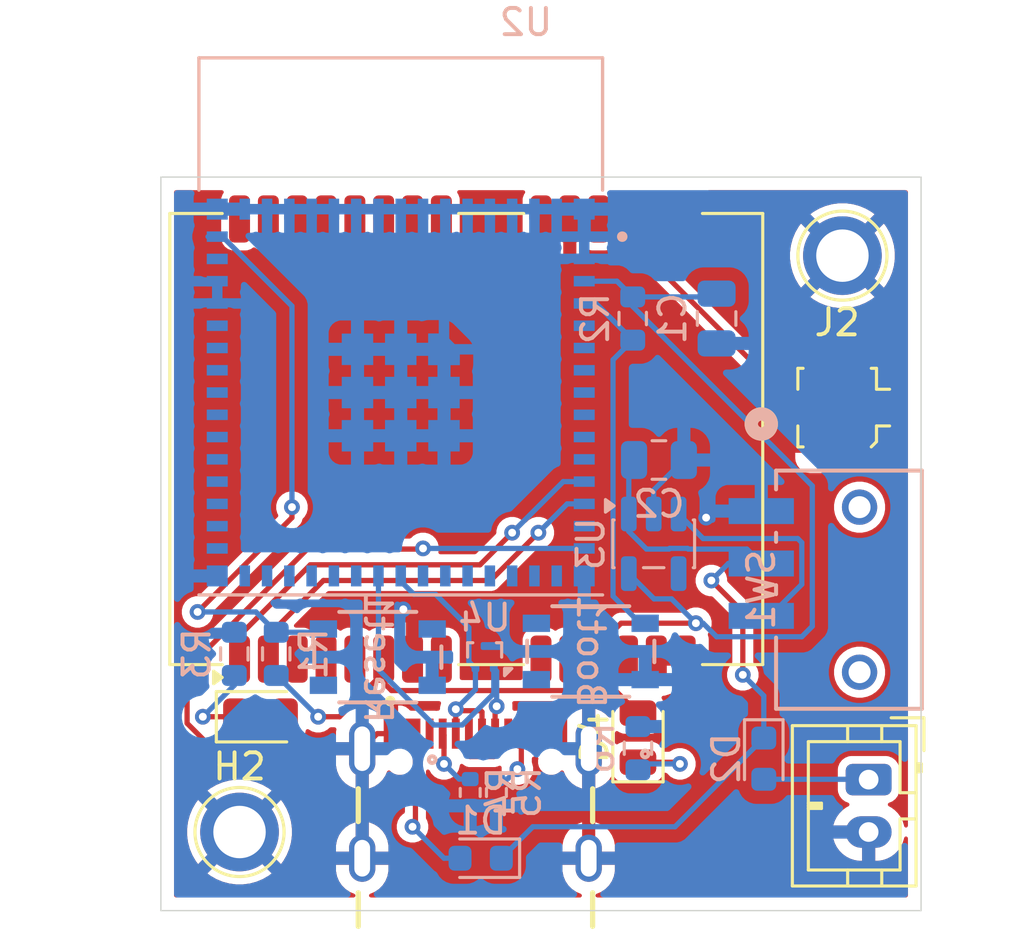
<source format=kicad_pcb>
(kicad_pcb (version 20241229) (generator "pcbnew") (generator_version "9.0")
  (layers (0 "F.Cu" signal) (2 "B.Cu" signal) (13 "F.Paste" user) (15 "B.Paste" user) (5 "F.SilkS" user "F.Silkscreen") (7 "B.SilkS" user "B.Silkscreen") (1 "F.Mask" user) (3 "B.Mask" user) (25 "Edge.Cuts" user))
  (net 0 "")
  (net 1 "/DP")
  (net 2 "GND")
  (net 3 "/DN")
  (net 4 "Net-(J2-In)")
  (net 6 "/SDA")
  (net 10 "VCC")
  (net 17 "/SCL")
  (net 27 "Net-(D2-A)")
  (net 36 "Net-(U2-IO0)")
  (net 50 "Net-(D3-A)")
  (net 61 "Net-(D1-A)")
  (net 62 "Net-(D1-K)")
  (net 63 "Net-(U2-EN)")
  (net 64 "Net-(D3-K)")
  (net 66 "Net-(D4-K)")
  (net 69 "Net-(J1-CC2)")
  (net 70 "Net-(J1-CC1)")
  (net 73 "Net-(U3-CE)")
  (footprint "LED_SMD:LED_0805_2012Metric" (layer "F.Cu") (at 136.8 83.6)
    (property "Reference" "D3" (hide yes))
    (property "Value" "LED_GPIO")
    (fp_line (start -1.685 -0.96) (end -1.685 0.96) (stroke (width 0.12)) (layer "F.SilkS"))
    (fp_line (start -1.685 0.96) (end 1 0.96) (stroke (width 0.12)) (layer "F.SilkS"))
    (fp_line (start 1 -0.96) (end -1.685 -0.96) (stroke (width 0.12)) (layer "F.SilkS"))
    (pad "1" smd roundrect (at -0.9375 0) (size 0.975 1.4) (layers "F.Cu" "F.Mask" "F.Paste") (net 64 "Net-(D3-K)"))
    (pad "2" smd roundrect (at 0.9375 0) (size 0.975 1.4) (layers "F.Cu" "F.Mask" "F.Paste") (net 50 "Net-(D3-A)"))
  )
  (footprint "Connector_Coaxial:U.FL_Molex_MCRF_73412-0110_Vertical" (layer "F.Cu") (at 158.8 71.8 -90)
    (property "Reference" "J2" (at -3.25 0 0) (layer "F.SilkS"))
    (property "Value" "Conn_Coaxial_Small")
    (fp_line (start -1.5 1.5) (end -1.5 1.3) (stroke (width 0.12)) (layer "F.SilkS"))
    (fp_line (start -0.7 1.5) (end -1.5 1.5) (stroke (width 0.12)) (layer "F.SilkS"))
    (fp_line (start 1.5 1.5) (end 0.7 1.5) (stroke (width 0.12)) (layer "F.SilkS"))
    (fp_line (start 1.5 1.3) (end 1.5 1.5) (stroke (width 0.12)) (layer "F.SilkS"))
    (fp_line (start -1.5 -1.3) (end -1.5 -1.5) (stroke (width 0.12)) (layer "F.SilkS"))
    (fp_line (start -1.5 -1.5) (end -0.7 -1.5) (stroke (width 0.12)) (layer "F.SilkS"))
    (fp_line (start -0.7 -1.5) (end -0.7 -2) (stroke (width 0.12)) (layer "F.SilkS"))
    (fp_line (start 0.7 -1.5) (end 1.3 -1.5) (stroke (width 0.12)) (layer "F.SilkS"))
    (fp_line (start 0.7 -1.5) (end 0.7 -2) (stroke (width 0.12)) (layer "F.SilkS"))
    (fp_line (start 1.3 -1.5) (end 1.5 -1.3) (stroke (width 0.12)) (layer "F.SilkS"))
    (pad "1" smd roundrect (at 0 1.5 90) (size 1 1) (layers "F.Cu" "F.Mask" "F.Paste") (roundrect_rratio 0.1) (net 4 "Net-(J2-In)"))
    (pad "2" smd roundrect (at -1.475 0 90) (size 1.05 2.2) (layers "F.Cu" "F.Mask" "F.Paste") (roundrect_rratio 0.1) (net 2 "GND"))
    (pad "2" smd roundrect (at 0 -1.5 90) (size 1 1) (layers "F.Cu" "F.Mask" "F.Paste") (roundrect_rratio 0.1) (net 2 "GND"))
    (pad "2" smd roundrect (at 1.475 0 90) (size 1.05 2.2) (layers "F.Cu" "F.Mask" "F.Paste") (roundrect_rratio 0.1) (net 2 "GND"))
  )
  (footprint "Connector_JST:JST_PH_B2B-PH-K_1x02_P2.00mm_Vertical" (layer "F.Cu") (at 160 86 -90)
    (property "Reference" "J3" (hide yes))
    (property "Value" "Battery1")
    (fp_line (start -2.06 2.91) (end 4.06 2.91) (stroke (width 0.12)) (layer "F.SilkS"))
    (fp_line (start 4.06 2.91) (end 4.06 -1.81) (stroke (width 0.12)) (layer "F.SilkS"))
    (fp_line (start -1.45 2.3) (end 3.45 2.3) (stroke (width 0.12)) (layer "F.SilkS"))
    (fp_line (start 0.9 2.3) (end 0.9 1.8) (stroke (width 0.12)) (layer "F.SilkS"))
    (fp_line (start 1 2.3) (end 1 1.8) (stroke (width 0.12)) (layer "F.SilkS"))
    (fp_line (start 3.45 2.3) (end 3.45 -1.2) (stroke (width 0.12)) (layer "F.SilkS"))
    (fp_line (start 0.9 1.8) (end 1.1 1.8) (stroke (width 0.12)) (layer "F.SilkS"))
    (fp_line (start 1.1 1.8) (end 1.1 2.3) (stroke (width 0.12)) (layer "F.SilkS"))
    (fp_line (start -2.06 0.8) (end -1.45 0.8) (stroke (width 0.12)) (layer "F.SilkS"))
    (fp_line (start 4.06 0.8) (end 3.45 0.8) (stroke (width 0.12)) (layer "F.SilkS"))
    (fp_line (start -2.06 -0.5) (end -1.45 -0.5) (stroke (width 0.12)) (layer "F.SilkS"))
    (fp_line (start 4.06 -0.5) (end 3.45 -0.5) (stroke (width 0.12)) (layer "F.SilkS"))
    (fp_line (start -1.45 -1.2) (end -1.45 2.3) (stroke (width 0.12)) (layer "F.SilkS"))
    (fp_line (start 0.5 -1.2) (end -1.45 -1.2) (stroke (width 0.12)) (layer "F.SilkS"))
    (fp_line (start 1.5 -1.2) (end 1.5 -1.81) (stroke (width 0.12)) (layer "F.SilkS"))
    (fp_line (start 3.45 -1.2) (end 1.5 -1.2) (stroke (width 0.12)) (layer "F.SilkS"))
    (fp_line (start -2.06 -1.81) (end -2.06 2.91) (stroke (width 0.12)) (layer "F.SilkS"))
    (fp_line (start -0.3 -1.81) (end -0.3 -2.01) (stroke (width 0.12)) (layer "F.SilkS"))
    (fp_line (start 0.5 -1.81) (end 0.5 -1.2) (stroke (width 0.12)) (layer "F.SilkS"))
    (fp_line (start 4.06 -1.81) (end -2.06 -1.81) (stroke (width 0.12)) (layer "F.SilkS"))
    (fp_line (start -0.3 -1.91) (end -0.6 -1.91) (stroke (width 0.12)) (layer "F.SilkS"))
    (fp_line (start -0.6 -2.01) (end -0.6 -1.81) (stroke (width 0.12)) (layer "F.SilkS"))
    (fp_line (start -0.3 -2.01) (end -0.6 -2.01) (stroke (width 0.12)) (layer "F.SilkS"))
    (fp_line (start -2.36 -2.11) (end -2.36 -0.86) (stroke (width 0.12)) (layer "F.SilkS"))
    (fp_line (start -1.11 -2.11) (end -2.36 -2.11) (stroke (width 0.12)) (layer "F.SilkS"))
    (pad "1" thru_hole roundrect (at 0 0 270) (size 1.2 1.75) (drill 0.75) (layers "*.Cu" "*.Mask") (roundrect_rratio 0.208333) (net 27 "Net-(D2-A)"))
    (pad "2" thru_hole oval (at 2 0 270) (size 1.2 1.75) (drill 0.75) (layers "*.Cu" "*.Mask") (net 2 "GND"))
  )
  (footprint "TestPoint:TestPoint_Plated_Hole_D2.0mm" (layer "F.Cu") (at 159 66)
    (property "Reference" "H1" (hide yes))
    (property "Value" "MountingHole_Pad")
    (fp_circle (center 0 0) (end 0 -1.7) (stroke (width 0.12)) (fill no) (layer "F.SilkS"))
    (pad "1" thru_hole circle (at 0 0) (size 3 3) (drill 2) (layers "*.Cu" "*.Mask") (net 2 "GND"))
  )
  (footprint "USB4105_GF_A_060:GCT_USB4105-GF-A-060" (layer "F.Cu") (at 145 89)
    (property "Reference" "J1" (hide yes))
    (property "Value" "USB4105-GF-A-060" (hide yes))
    (fp_line (start -4.47 -2.65) (end -4.47 -1.4) (stroke (width 0.2)) (layer "F.SilkS"))
    (fp_line (start -4.47 1.32) (end -4.47 2.6) (stroke (width 0.2)) (layer "F.SilkS"))
    (fp_line (start 4.47 -2.65) (end 4.47 -1.4) (stroke (width 0.2)) (layer "F.SilkS"))
    (fp_line (start 4.47 2.6) (end 4.47 1.32) (stroke (width 0.2)) (layer "F.SilkS"))
    (fp_circle (center -3.25 -6) (end -3.15 -6) (stroke (width 0.2)) (fill no) (layer "F.SilkS"))
    (pad "" np_thru_hole circle (at -2.89 -3.68) (size 0.65 0.65) (drill 0.65) (layers "*.Cu" "*.Mask"))
    (pad "" np_thru_hole circle (at 2.89 -3.68) (size 0.65 0.65) (drill 0.65) (layers "*.Cu" "*.Mask"))
    (pad "A1_B12" smd rect (at -3.2 -4.755) (size 0.6 1.15) (layers "F.Cu" "F.Mask" "F.Paste") (net 2 "GND"))
    (pad "A4_B9" smd rect (at -2.4 -4.755) (size 0.6 1.15) (layers "F.Cu" "F.Mask" "F.Paste") (net 61 "Net-(D1-A)"))
    (pad "A5" smd rect (at -1.25 -4.755) (size 0.3 1.15) (layers "F.Cu" "F.Mask" "F.Paste") (net 70 "Net-(J1-CC1)"))
    (pad "A6" smd rect (at -0.25 -4.755) (size 0.3 1.15) (layers "F.Cu" "F.Mask" "F.Paste") (net 1 "/DP"))
    (pad "A7" smd rect (at 0.25 -4.755) (size 0.3 1.15) (layers "F.Cu" "F.Mask" "F.Paste") (net 3 "/DN"))
    (pad "A8" smd rect (at 1.25 -4.755) (size 0.3 1.15) (layers "F.Cu" "F.Mask" "F.Paste"))
    (pad "B1_A12" smd rect (at 3.2 -4.755) (size 0.6 1.15) (layers "F.Cu" "F.Mask" "F.Paste") (net 2 "GND"))
    (pad "B4_A9" smd rect (at 2.4 -4.755) (size 0.6 1.15) (layers "F.Cu" "F.Mask" "F.Paste"))
    (pad "B5" smd rect (at 1.75 -4.755) (size 0.3 1.15) (layers "F.Cu" "F.Mask" "F.Paste") (net 69 "Net-(J1-CC2)"))
    (pad "B6" smd rect (at 0.75 -4.755) (size 0.3 1.15) (layers "F.Cu" "F.Mask" "F.Paste") (net 1 "/DP"))
    (pad "B7" smd rect (at -0.75 -4.755) (size 0.3 1.15) (layers "F.Cu" "F.Mask" "F.Paste") (net 3 "/DN"))
    (pad "B8" smd rect (at -1.75 -4.755) (size 0.3 1.15) (layers "F.Cu" "F.Mask" "F.Paste"))
    (pad "SH1" thru_hole oval (at -4.32 -4.18) (size 1 2.1) (drill oval 0.6 1.7) (layers "*.Cu" "*.Mask") (net 2 "GND"))
    (pad "SH2" thru_hole oval (at 4.32 -4.18) (size 1 2.1) (drill oval 0.6 1.7) (layers "*.Cu" "*.Mask") (net 2 "GND"))
    (pad "SH3" thru_hole oval (at -4.32 0) (size 1 1.8) (drill oval 0.6 1.4) (layers "*.Cu" "*.Mask") (net 2 "GND"))
    (pad "SH4" thru_hole oval (at 4.32 0) (size 1 1.8) (drill oval 0.6 1.4) (layers "*.Cu" "*.Mask") (net 2 "GND"))
  )
  (footprint "RF_GPS:ublox_LEA" (layer "F.Cu") (at 144.5 73 90)
    (property "Reference" "U1" (hide yes))
    (property "Value" "LEA-M8T")
    (fp_line (start 8.61 -11.16) (end 8.61 -9.16) (stroke (width 0.12)) (layer "F.SilkS"))
    (fp_line (start -8.61 -11.16) (end 8.61 -11.16) (stroke (width 0.12)) (layer "F.SilkS"))
    (fp_line (start -8.61 -11.16) (end -8.61 -9.16) (stroke (width 0.12)) (layer "F.SilkS"))
    (fp_line (start 8.61 -0.14) (end 8.61 2.34) (stroke (width 0.12)) (layer "F.SilkS"))
    (fp_line (start -8.61 -0.14) (end -8.61 2.34) (stroke (width 0.12)) (layer "F.SilkS"))
    (fp_line (start 8.61 9.16) (end 8.61 11.46) (stroke (width 0.12)) (layer "F.SilkS"))
    (fp_line (start -8.61 9.16) (end -8.61 11.46) (stroke (width 0.12)) (layer "F.SilkS"))
    (fp_line (start -8.61 11.46) (end 8.61 11.46) (stroke (width 0.12)) (layer "F.SilkS"))
    (fp_poly (pts (xy -9.1 -9.16) (xy -9.34 -9.49) (xy -8.86 -9.49) (xy -9.1 -9.16)) (stroke (width 0.12)) (fill yes) (layer "F.SilkS"))
    (pad "1" smd roundrect (at -8.4 -8.5 90) (size 1.8 0.8) (layers "F.Cu" "F.Mask" "F.Paste") (net 6 "/SDA"))
    (pad "2" smd roundrect (at -8.4 -7.4 90) (size 1.8 0.8) (layers "F.Cu" "F.Mask" "F.Paste") (net 17 "/SCL"))
    (pad "3" smd roundrect (at -8.4 -6.3 90) (size 1.8 0.8) (layers "F.Cu" "F.Mask" "F.Paste"))
    (pad "4" smd roundrect (at -8.4 -5.2 90) (size 1.8 0.8) (layers "F.Cu" "F.Mask" "F.Paste"))
    (pad "5" smd roundrect (at -8.4 -4.1 90) (size 1.8 0.8) (layers "F.Cu" "F.Mask" "F.Paste"))
    (pad "6" smd roundrect (at -8.4 -3 90) (size 1.8 0.8) (layers "F.Cu" "F.Mask" "F.Paste") (net 10 "VCC"))
    (pad "7" smd roundrect (at -8.4 -1.9 90) (size 1.8 0.8) (layers "F.Cu" "F.Mask" "F.Paste") (net 2 "GND"))
    (pad "8" smd roundrect (at -8.4 -0.8 90) (size 1.8 0.8) (layers "F.Cu" "F.Mask" "F.Paste"))
    (pad "9" smd roundrect (at -8.4 3 90) (size 1.8 0.8) (layers "F.Cu" "F.Mask" "F.Paste"))
    (pad "10" smd roundrect (at -8.4 4.1 90) (size 1.8 0.8) (layers "F.Cu" "F.Mask" "F.Paste"))
    (pad "11" smd roundrect (at -8.4 5.2 90) (size 1.8 0.8) (layers "F.Cu" "F.Mask" "F.Paste") (net 10 "VCC"))
    (pad "12" smd roundrect (at -8.4 6.3 90) (size 1.8 0.8) (layers "F.Cu" "F.Mask" "F.Paste"))
    (pad "13" smd roundrect (at -8.4 7.4 90) (size 1.8 0.8) (layers "F.Cu" "F.Mask" "F.Paste") (net 2 "GND"))
    (pad "14" smd roundrect (at -8.4 8.5 90) (size 1.8 0.8) (layers "F.Cu" "F.Mask" "F.Paste") (net 2 "GND"))
    (pad "15" smd roundrect (at 8.4 8.5 90) (size 1.8 0.8) (layers "F.Cu" "F.Mask" "F.Paste") (net 2 "GND"))
    (pad "16" smd roundrect (at 8.4 7.4 90) (size 1.8 0.8) (layers "F.Cu" "F.Mask" "F.Paste") (net 4 "Net-(J2-In)"))
    (pad "17" smd roundrect (at 8.4 6.3 90) (size 1.8 0.8) (layers "F.Cu" "F.Mask" "F.Paste") (net 2 "GND"))
    (pad "18" smd roundrect (at 8.4 5.2 90) (size 1.8 0.8) (layers "F.Cu" "F.Mask" "F.Paste"))
    (pad "19" smd roundrect (at 8.4 4.1 90) (size 1.8 0.8) (layers "F.Cu" "F.Mask" "F.Paste") (net 2 "GND"))
    (pad "20" smd roundrect (at 8.4 3 90) (size 1.8 0.8) (layers "F.Cu" "F.Mask" "F.Paste"))
    (pad "21" smd roundrect (at 8.4 -0.8 90) (size 1.8 0.8) (layers "F.Cu" "F.Mask" "F.Paste"))
    (pad "22" smd roundrect (at 8.4 -1.9 90) (size 1.8 0.8) (layers "F.Cu" "F.Mask" "F.Paste"))
    (pad "23" smd roundrect (at 8.4 -3 90) (size 1.8 0.8) (layers "F.Cu" "F.Mask" "F.Paste"))
    (pad "24" smd roundrect (at 8.4 -4.1 90) (size 1.8 0.8) (layers "F.Cu" "F.Mask" "F.Paste"))
    (pad "25" smd roundrect (at 8.4 -5.2 90) (size 1.8 0.8) (layers "F.Cu" "F.Mask" "F.Paste"))
    (pad "26" smd roundrect (at 8.4 -6.3 90) (size 1.8 0.8) (layers "F.Cu" "F.Mask" "F.Paste"))
    (pad "27" smd roundrect (at 8.4 -7.4 90) (size 1.8 0.8) (layers "F.Cu" "F.Mask" "F.Paste"))
    (pad "28" smd roundrect (at 8.4 -8.5 90) (size 1.8 0.8) (layers "F.Cu" "F.Mask" "F.Paste"))
  )
  (footprint "LED_SMD:LED_0805_2012Metric" (layer "F.Cu") (at 151.2 84.4 90)
    (property "Reference" "D4" (at 0 -1.65 90) (layer "F.SilkS"))
    (property "Value" "LED_PWR")
    (fp_line (start 1 -0.96) (end -1.685 -0.96) (stroke (width 0.12)) (layer "F.SilkS"))
    (fp_line (start -1.685 -0.96) (end -1.685 0.96) (stroke (width 0.12)) (layer "F.SilkS"))
    (fp_line (start -1.685 0.96) (end 1 0.96) (stroke (width 0.12)) (layer "F.SilkS"))
    (pad "1" smd roundrect (at -0.9375 0 90) (size 0.975 1.4) (layers "F.Cu" "F.Mask" "F.Paste") (net 66 "Net-(D4-K)"))
    (pad "2" smd roundrect (at 0.9375 0 90) (size 0.975 1.4) (layers "F.Cu" "F.Mask" "F.Paste") (net 10 "VCC"))
  )
  (footprint "TestPoint:TestPoint_Plated_Hole_D2.0mm" (layer "F.Cu") (at 136 88)
    (property "Reference" "H2" (at 0 -2.498 0) (layer "F.SilkS"))
    (property "Value" "MountingHole_Pad")
    (fp_circle (center 0 0) (end 0 -1.7) (stroke (width 0.12)) (fill no) (layer "F.SilkS"))
    (pad "1" thru_hole circle (at 0 0) (size 3 3) (drill 2) (layers "*.Cu" "*.Mask") (net 2 "GND"))
  )
  (footprint "Diode_SMD:D_0603_1608Metric" (layer "B.Cu") (at 145.2 89 180)
    (property "Reference" "D1" (at 0 1.43 0) (layer "B.SilkS") (effects (justify mirror)))
    (property "Value" "D_Schottky")
    (fp_line (start 0.8 0.735) (end -1.485 0.735) (stroke (width 0.12)) (layer "B.SilkS"))
    (fp_line (start -1.485 0.735) (end -1.485 -0.735) (stroke (width 0.12)) (layer "B.SilkS"))
    (fp_line (start -1.485 -0.735) (end 0.8 -0.735) (stroke (width 0.12)) (layer "B.SilkS"))
    (pad "1" smd roundrect (at -0.7875 0 180) (size 0.875 0.95) (layers "B.Cu" "B.Mask" "B.Paste") (net 62 "Net-(D1-K)"))
    (pad "2" smd roundrect (at 0.7875 0 180) (size 0.875 0.95) (layers "B.Cu" "B.Mask" "B.Paste") (net 61 "Net-(D1-A)"))
  )
  (footprint "footprints:SW4_SKRPABE010_ALPS" (layer "B.Cu") (at 149.4 81.1076 90)
    (property "Reference" "Boot1" (at 0 0 270) (layer "B.SilkS") (effects (justify mirror)))
    (property "Value" "SKRPABE010" (hide yes))
    (fp_line (start -0.412059 -2.4257) (end 0.412059 -2.4257) (stroke (width 0.1524)) (layer "B.SilkS"))
    (fp_line (start 1.7272 -1.470447) (end 1.7272 1.470447) (stroke (width 0.1524)) (layer "B.SilkS"))
    (fp_line (start -1.7272 1.470447) (end -1.7272 -1.470447) (stroke (width 0.1524)) (layer "B.SilkS"))
    (fp_line (start 0.412059 2.4257) (end -0.412059 2.4257) (stroke (width 0.1524)) (layer "B.SilkS"))
    (fp_circle (center -3.912 2.075) (end -3.785 2.075) (stroke (width 0.1524)) (fill no) (layer "B.SilkS"))
    (pad "1" smd rect (at -1.074999 2.075 90) (size 0.6604 1.0414) (layers "B.Cu" "B.Mask" "B.Paste") (net 2 "GND"))
    (pad "2" smd rect (at -1.074999 -2.075 90) (size 0.6604 1.0414) (layers "B.Cu" "B.Mask" "B.Paste"))
    (pad "3" smd rect (at 1.074999 2.075 90) (size 0.6604 1.0414) (layers "B.Cu" "B.Mask" "B.Paste") (net 36 "Net-(U2-IO0)"))
    (pad "4" smd rect (at 1.074999 -2.075 90) (size 0.6604 1.0414) (layers "B.Cu" "B.Mask" "B.Paste"))
  )
  (footprint "footprints:SW3_CSS-1210TB_NDC" (layer "B.Cu") (at 159.25 78.75 -90)
    (property "Reference" "SW1" (at 0 3.345713 90) (layer "B.SilkS") (effects (justify mirror)))
    (property "Value" "CSS-1210TB")
    (fp_circle (center -6.3246 3.345713) (end -5.9436 3.345713) (stroke (width 0.508)) (fill no) (layer "F.SilkS"))
    (fp_line (start -4.5466 2.7813) (end -4.5466 -2.7813) (stroke (width 0.1524)) (layer "B.SilkS"))
    (fp_line (start -3.828039 2.7813) (end -4.5466 2.7813) (stroke (width 0.1524)) (layer "B.SilkS"))
    (fp_line (start -1.828041 2.7813) (end -2.171959 2.7813) (stroke (width 0.1524)) (layer "B.SilkS"))
    (fp_line (start 0.171961 2.7813) (end -0.171961 2.7813) (stroke (width 0.1524)) (layer "B.SilkS"))
    (fp_line (start 4.5466 2.7813) (end 1.828041 2.7813) (stroke (width 0.1524)) (layer "B.SilkS"))
    (fp_line (start -4.5466 -2.7813) (end 4.5466 -2.7813) (stroke (width 0.1524)) (layer "B.SilkS"))
    (fp_line (start 4.5466 -2.7813) (end 4.5466 2.7813) (stroke (width 0.1524)) (layer "B.SilkS"))
    (fp_circle (center -6.3246 3.345713) (end -5.9436 3.345713) (stroke (width 0.508)) (fill no) (layer "B.SilkS"))
    (pad "1" smd rect (at -2.999999 3.345713 270) (size 0.9906 2.4892) (layers "B.Cu" "B.Mask" "B.Paste") (net 2 "GND"))
    (pad "2" smd rect (at -1.000001 3.345713 270) (size 0.9906 2.4892) (layers "B.Cu" "B.Mask" "B.Paste") (net 62 "Net-(D1-K)"))
    (pad "3" smd rect (at 1.000001 3.345713 270) (size 0.9906 2.4892) (layers "B.Cu" "B.Mask" "B.Paste") (net 73 "Net-(U3-CE)"))
    (pad "5" thru_hole circle (at -3.149999 -0.404287 270) (size 1.3462 1.3462) (drill 0.8382) (layers "*.Cu" "*.Mask"))
    (pad "6" thru_hole circle (at 3.149999 -0.404287 270) (size 1.3462 1.3462) (drill 0.8382) (layers "*.Cu" "*.Mask"))
  )
  (footprint "Capacitor_SMD:C_0805_2012Metric" (layer "B.Cu") (at 152 73.8)
    (property "Reference" "C2" (at 0 1.68 0) (layer "B.SilkS") (effects (justify mirror)))
    (property "Value" "10uf")
    (fp_line (start -0.261252 -0.735) (end 0.261252 -0.735) (stroke (width 0.12)) (layer "B.SilkS"))
    (fp_line (start -0.261252 0.735) (end 0.261252 0.735) (stroke (width 0.12)) (layer "B.SilkS"))
    (pad "1" smd roundrect (at -0.95 0) (size 1 1.45) (layers "B.Cu" "B.Mask" "B.Paste") (net 62 "Net-(D1-K)"))
    (pad "2" smd roundrect (at 0.95 0) (size 1 1.45) (layers "B.Cu" "B.Mask" "B.Paste") (net 2 "GND"))
  )
  (footprint "Resistor_SMD:R_0402_1005Metric" (layer "B.Cu") (at 145.8 86.49 90)
    (property "Reference" "R5" (at 0 1.17 90) (layer "B.SilkS") (effects (justify mirror)))
    (property "Value" "5.1K")
    (fp_line (start -0.153641 -0.38) (end 0.153641 -0.38) (stroke (width 0.12)) (layer "B.SilkS"))
    (fp_line (start -0.153641 0.38) (end 0.153641 0.38) (stroke (width 0.12)) (layer "B.SilkS"))
    (pad "1" smd roundrect (at -0.51 0 90) (size 0.54 0.64) (layers "B.Cu" "B.Mask" "B.Paste") (net 2 "GND"))
    (pad "2" smd roundrect (at 0.51 0 90) (size 0.54 0.64) (layers "B.Cu" "B.Mask" "B.Paste") (net 69 "Net-(J1-CC2)"))
  )
  (footprint "Package_TO_SOT_SMD:SOT-23-5" (layer "B.Cu") (at 151.8 77 -90)
    (property "Reference" "U3" (at 0 2.4 90) (layer "B.SilkS") (effects (justify mirror)))
    (property "Value" "XC6220B331MR")
    (fp_line (start -0.91 1.56) (end 0.91 1.56) (stroke (width 0.12)) (layer "B.SilkS"))
    (fp_line (start 0.91 1.56) (end 0.91 1.51) (stroke (width 0.12)) (layer "B.SilkS"))
    (fp_line (start -0.91 1.51) (end -0.91 1.56) (stroke (width 0.12)) (layer "B.SilkS"))
    (fp_line (start 0.91 0.39) (end 0.91 -0.39) (stroke (width 0.12)) (layer "B.SilkS"))
    (fp_line (start 0.91 -1.51) (end 0.91 -1.56) (stroke (width 0.12)) (layer "B.SilkS"))
    (fp_line (start -0.91 -1.56) (end -0.91 -1.51) (stroke (width 0.12)) (layer "B.SilkS"))
    (fp_line (start 0.91 -1.56) (end -0.91 -1.56) (stroke (width 0.12)) (layer "B.SilkS"))
    (fp_poly (pts (xy -1.45 1.51) (xy -1.69 1.84) (xy -1.21 1.84)) (stroke (width 0.12)) (fill yes) (layer "B.SilkS"))
    (pad "1" smd roundrect (at -1.1375 0.95 270) (size 1.325 0.6) (layers "B.Cu" "B.Mask" "B.Paste") (net 62 "Net-(D1-K)"))
    (pad "2" smd roundrect (at -1.1375 0 270) (size 1.325 0.6) (layers "B.Cu" "B.Mask" "B.Paste") (net 2 "GND"))
    (pad "3" smd roundrect (at -1.1375 -0.95 270) (size 1.325 0.6) (layers "B.Cu" "B.Mask" "B.Paste") (net 73 "Net-(U3-CE)"))
    (pad "4" smd roundrect (at 1.1375 -0.95 270) (size 1.325 0.6) (layers "B.Cu" "B.Mask" "B.Paste"))
    (pad "5" smd roundrect (at 1.1375 0.95 270) (size 1.325 0.6) (layers "B.Cu" "B.Mask" "B.Paste") (net 10 "VCC"))
  )
  (footprint "Package_TO_SOT_SMD:Texas_DRT-3" (layer "B.Cu") (at 145.35 81.325 180)
    (property "Reference" "U4" (at 0 1.5 0) (layer "B.SilkS") (effects (justify mirror)))
    (property "Value" "TPD2EUSB30")
    (fp_line (start 0.65 0.55) (end 0.45 0.55) (stroke (width 0.12)) (layer "B.SilkS"))
    (fp_line (start 0.65 0) (end 0.65 0.55) (stroke (width 0.12)) (layer "B.SilkS"))
    (fp_line (start -0.65 0.55) (end -0.45 0.55) (stroke (width 0.12)) (layer "B.SilkS"))
    (fp_line (start -0.65 0) (end -0.65 0.55) (stroke (width 0.12)) (layer "B.SilkS"))
    (fp_poly (pts (xy -0.76 -0.43) (xy -0.76 -0.71) (xy -1.04 -0.43) (xy -0.76 -0.43)) (stroke (width 0.12)) (fill yes) (layer "B.SilkS"))
    (pad "1" smd roundrect (at -0.35 -0.425 180) (size 0.3 0.3) (layers "B.Cu" "B.Mask" "B.Paste") (net 1 "/DP"))
    (pad "2" smd roundrect (at 0.35 -0.425 180) (size 0.3 0.3) (layers "B.Cu" "B.Mask" "B.Paste") (net 3 "/DN"))
    (pad "3" smd roundrect (at 0 0.425 180) (size 0.3 0.3) (layers "B.Cu" "B.Mask" "B.Paste") (net 2 "GND"))
  )
  (footprint "Resistor_SMD:R_0603_1608Metric" (layer "B.Cu") (at 151 68.4 -90)
    (property "Reference" "R2" (at 0 1.43 90) (layer "B.SilkS") (effects (justify mirror)))
    (property "Value" "10K")
    (fp_line (start -0.237258 0.5225) (end 0.237258 0.5225) (stroke (width 0.12)) (layer "B.SilkS"))
    (fp_line (start -0.237258 -0.5225) (end 0.237258 -0.5225) (stroke (width 0.12)) (layer "B.SilkS"))
    (pad "1" smd roundrect (at -0.825 0 270) (size 0.8 0.95) (layers "B.Cu" "B.Mask" "B.Paste") (net 10 "VCC"))
    (pad "2" smd roundrect (at 0.825 0 270) (size 0.8 0.95) (layers "B.Cu" "B.Mask" "B.Paste") (net 36 "Net-(U2-IO0)"))
  )
  (footprint "Resistor_SMD:R_0402_1005Metric" (layer "B.Cu") (at 144.8 86.49 90)
    (property "Reference" "R4" (at 0 1.17 90) (layer "B.SilkS") (effects (justify mirror)))
    (property "Value" "5.1K")
    (fp_line (start -0.153641 -0.38) (end 0.153641 -0.38) (stroke (width 0.12)) (layer "B.SilkS"))
    (fp_line (start -0.153641 0.38) (end 0.153641 0.38) (stroke (width 0.12)) (layer "B.SilkS"))
    (pad "1" smd roundrect (at -0.51 0 90) (size 0.54 0.64) (layers "B.Cu" "B.Mask" "B.Paste") (net 2 "GND"))
    (pad "2" smd roundrect (at 0.51 0 90) (size 0.54 0.64) (layers "B.Cu" "B.Mask" "B.Paste") (net 70 "Net-(J1-CC1)"))
  )
  (footprint "ESP32_S3_MINI_1_N4R2:XCVR_ESP32-S3-MINI-1-N4R2" (layer "B.Cu") (at 142.15 68.7 180)
    (property "Reference" "U2" (at -4.775 11.61 0) (layer "B.SilkS") (effects (justify mirror)))
    (property "Value" "ESP32-S3-MINI-1")
    (fp_line (start 7.7 10.25) (end 7.7 5.2) (stroke (width 0.127)) (layer "B.SilkS"))
    (fp_line (start 7.7 -10.25) (end -7.7 -10.25) (stroke (width 0.127)) (layer "B.SilkS"))
    (fp_line (start -7.7 10.25) (end 7.7 10.25) (stroke (width 0.127)) (layer "B.SilkS"))
    (fp_line (start -7.7 5.2) (end -7.7 10.25) (stroke (width 0.127)) (layer "B.SilkS"))
    (fp_circle (center -8.45 3.425) (end -8.35 3.425) (stroke (width 0.2)) (fill no) (layer "B.SilkS"))
    (pad "1" smd rect (at -7 3.425 180) (size 0.8 0.4) (layers "B.Cu" "B.Mask" "B.Paste") (net 2 "GND"))
    (pad "2" smd rect (at -7 2.575 180) (size 0.8 0.4) (layers "B.Cu" "B.Mask" "B.Paste") (net 2 "GND"))
    (pad "3" smd rect (at -7 1.725 180) (size 0.8 0.4) (layers "B.Cu" "B.Mask" "B.Paste") (net 10 "VCC"))
    (pad "4" smd rect (at -7 0.875 180) (size 0.8 0.4) (layers "B.Cu" "B.Mask" "B.Paste") (net 36 "Net-(U2-IO0)"))
    (pad "5" smd rect (at -7 0.025 180) (size 0.8 0.4) (layers "B.Cu" "B.Mask" "B.Paste"))
    (pad "6" smd rect (at -7 -0.825 180) (size 0.8 0.4) (layers "B.Cu" "B.Mask" "B.Paste"))
    (pad "7" smd rect (at -7 -1.675 180) (size 0.8 0.4) (layers "B.Cu" "B.Mask" "B.Paste"))
    (pad "8" smd rect (at -7 -2.525 180) (size 0.8 0.4) (layers "B.Cu" "B.Mask" "B.Paste"))
    (pad "9" smd rect (at -7 -3.375 180) (size 0.8 0.4) (layers "B.Cu" "B.Mask" "B.Paste"))
    (pad "10" smd rect (at -7 -4.225 180) (size 0.8 0.4) (layers "B.Cu" "B.Mask" "B.Paste"))
    (pad "11" smd rect (at -7 -5.075 180) (size 0.8 0.4) (layers "B.Cu" "B.Mask" "B.Paste"))
    (pad "12" smd rect (at -7 -5.925 180) (size 0.8 0.4) (layers "B.Cu" "B.Mask" "B.Paste") (net 6 "/SDA"))
    (pad "13" smd rect (at -7 -6.775 180) (size 0.8 0.4) (layers "B.Cu" "B.Mask" "B.Paste") (net 17 "/SCL"))
    (pad "14" smd rect (at -7 -7.625 180) (size 0.8 0.4) (layers "B.Cu" "B.Mask" "B.Paste"))
    (pad "15" smd rect (at -7 -8.475 180) (size 0.8 0.4) (layers "B.Cu" "B.Mask" "B.Paste") (net 50 "Net-(D3-A)"))
    (pad "16" smd rect (at -5.95 -9.525 180) (size 0.4 0.8) (layers "B.Cu" "B.Mask" "B.Paste"))
    (pad "17" smd rect (at -5.1 -9.525 180) (size 0.4 0.8) (layers "B.Cu" "B.Mask" "B.Paste"))
    (pad "18" smd rect (at -4.25 -9.525 180) (size 0.4 0.8) (layers "B.Cu" "B.Mask" "B.Paste"))
    (pad "19" smd rect (at -3.4 -9.525 180) (size 0.4 0.8) (layers "B.Cu" "B.Mask" "B.Paste"))
    (pad "20" smd rect (at -2.55 -9.525 180) (size 0.4 0.8) (layers "B.Cu" "B.Mask" "B.Paste"))
    (pad "21" smd rect (at -1.7 -9.525 180) (size 0.4 0.8) (layers "B.Cu" "B.Mask" "B.Paste"))
    (pad "22" smd rect (at -0.85 -9.525 180) (size 0.4 0.8) (layers "B.Cu" "B.Mask" "B.Paste"))
    (pad "23" smd rect (at 0 -9.525 180) (size 0.4 0.8) (layers "B.Cu" "B.Mask" "B.Paste") (net 3 "/DN"))
    (pad "24" smd rect (at 0.85 -9.525 180) (size 0.4 0.8) (layers "B.Cu" "B.Mask" "B.Paste") (net 1 "/DP"))
    (pad "25" smd rect (at 1.7 -9.525 180) (size 0.4 0.8) (layers "B.Cu" "B.Mask" "B.Paste"))
    (pad "26" smd rect (at 2.55 -9.525 180) (size 0.4 0.8) (layers "B.Cu" "B.Mask" "B.Paste"))
    (pad "27" smd rect (at 3.4 -9.525 180) (size 0.4 0.8) (layers "B.Cu" "B.Mask" "B.Paste"))
    (pad "28" smd rect (at 4.25 -9.525 180) (size 0.4 0.8) (layers "B.Cu" "B.Mask" "B.Paste"))
    (pad "29" smd rect (at 5.1 -9.525 180) (size 0.4 0.8) (layers "B.Cu" "B.Mask" "B.Paste"))
    (pad "30" smd rect (at 5.95 -9.525 180) (size 0.4 0.8) (layers "B.Cu" "B.Mask" "B.Paste"))
    (pad "31" smd rect (at 7 -8.475 180) (size 0.8 0.4) (layers "B.Cu" "B.Mask" "B.Paste"))
    (pad "32" smd rect (at 7 -7.625 180) (size 0.8 0.4) (layers "B.Cu" "B.Mask" "B.Paste"))
    (pad "33" smd rect (at 7 -6.775 180) (size 0.8 0.4) (layers "B.Cu" "B.Mask" "B.Paste"))
    (pad "34" smd rect (at 7 -5.925 180) (size 0.8 0.4) (layers "B.Cu" "B.Mask" "B.Paste"))
    (pad "35" smd rect (at 7 -5.075 180) (size 0.8 0.4) (layers "B.Cu" "B.Mask" "B.Paste"))
    (pad "36" smd rect (at 7 -4.225 180) (size 0.8 0.4) (layers "B.Cu" "B.Mask" "B.Paste"))
    (pad "37" smd rect (at 7 -3.375 180) (size 0.8 0.4) (layers "B.Cu" "B.Mask" "B.Paste"))
    (pad "38" smd rect (at 7 -2.525 180) (size 0.8 0.4) (layers "B.Cu" "B.Mask" "B.Paste"))
    (pad "39" smd rect (at 7 -1.675 180) (size 0.8 0.4) (layers "B.Cu" "B.Mask" "B.Paste"))
    (pad "40" smd rect (at 7 -0.825 180) (size 0.8 0.4) (layers "B.Cu" "B.Mask" "B.Paste"))
    (pad "41" smd rect (at 7 0.025 180) (size 0.8 0.4) (layers "B.Cu" "B.Mask" "B.Paste"))
    (pad "42" smd rect (at 7 0.875 180) (size 0.8 0.4) (layers "B.Cu" "B.Mask" "B.Paste") (net 2 "GND"))
    (pad "43" smd rect (at 7 1.725 180) (size 0.8 0.4) (layers "B.Cu" "B.Mask" "B.Paste") (net 2 "GND"))
    (pad "44" smd rect (at 7 2.575 180) (size 0.8 0.4) (layers "B.Cu" "B.Mask" "B.Paste"))
    (pad "45" smd rect (at 7 3.425 180) (size 0.8 0.4) (layers "B.Cu" "B.Mask" "B.Paste") (net 63 "Net-(U2-EN)"))
    (pad "46" smd rect (at 5.95 4.475 180) (size 0.4 0.8) (layers "B.Cu" "B.Mask" "B.Paste") (net 2 "GND"))
    (pad "47" smd rect (at 5.1 4.475 180) (size 0.4 0.8) (layers "B.Cu" "B.Mask" "B.Paste") (net 2 "GND"))
    (pad "48" smd rect (at 4.25 4.475 180) (size 0.4 0.8) (layers "B.Cu" "B.Mask" "B.Paste") (net 2 "GND"))
    (pad "49" smd rect (at 3.4 4.475 180) (size 0.4 0.8) (layers "B.Cu" "B.Mask" "B.Paste") (net 2 "GND"))
    (pad "50" smd rect (at 2.55 4.475 180) (size 0.4 0.8) (layers "B.Cu" "B.Mask" "B.Paste") (net 2 "GND"))
    (pad "51" smd rect (at 1.7 4.475 180) (size 0.4 0.8) (layers "B.Cu" "B.Mask" "B.Paste") (net 2 "GND"))
    (pad "52" smd rect (at 0.85 4.475 180) (size 0.4 0.8) (layers "B.Cu" "B.Mask" "B.Paste") (net 2 "GND"))
    (pad "53" smd rect (at 0 4.475 180) (size 0.4 0.8) (layers "B.Cu" "B.Mask" "B.Paste") (net 2 "GND"))
    (pad "54" smd rect (at -0.85 4.475 180) (size 0.4 0.8) (layers "B.Cu" "B.Mask" "B.Paste") (net 2 "GND"))
    (pad "55" smd rect (at -1.7 4.475 180) (size 0.4 0.8) (layers "B.Cu" "B.Mask" "B.Paste") (net 2 "GND"))
    (pad "56" smd rect (at -2.55 4.475 180) (size 0.4 0.8) (layers "B.Cu" "B.Mask" "B.Paste") (net 2 "GND"))
    (pad "57" smd rect (at -3.4 4.475 180) (size 0.4 0.8) (layers "B.Cu" "B.Mask" "B.Paste") (net 2 "GND"))
    (pad "58" smd rect (at -4.25 4.475 180) (size 0.4 0.8) (layers "B.Cu" "B.Mask" "B.Paste") (net 2 "GND"))
    (pad "59" smd rect (at -5.1 4.475 180) (size 0.4 0.8) (layers "B.Cu" "B.Mask" "B.Paste") (net 2 "GND"))
    (pad "60" smd rect (at -5.95 4.475 180) (size 0.4 0.8) (layers "B.Cu" "B.Mask" "B.Paste") (net 2 "GND"))
    (pad "61" smd rect (at 0 -2.525 180) (size 1.2 1.2) (layers "B.Cu" "B.Mask" "B.Paste") (net 2 "GND"))
    (pad "61_1" smd custom (at -1.65 -0.875 180) (size 0.4 0.4) (layers "B.Cu") (net 2 "GND") (options (clearance outline) (anchor rect)) (primitives (gr_poly (pts (xy -0.6 -0.6) (xy 0.6 -0.6) (xy 0.6 0.6) (xy 0 0.6) (xy -0.6 0)) (width 0.01) (fill yes))))
    (pad "61_2" smd rect (at 0 -0.875 180) (size 1.2 1.2) (layers "B.Cu" "B.Mask" "B.Paste") (net 2 "GND"))
    (pad "61_3" smd rect (at 1.65 -0.875 180) (size 1.2 1.2) (layers "B.Cu" "B.Mask" "B.Paste") (net 2 "GND"))
    (pad "61_4" smd rect (at 1.65 -2.525 180) (size 1.2 1.2) (layers "B.Cu" "B.Mask" "B.Paste") (net 2 "GND"))
    (pad "61_5" smd rect (at 1.65 -4.175 180) (size 1.2 1.2) (layers "B.Cu" "B.Mask" "B.Paste") (net 2 "GND"))
    (pad "61_6" smd rect (at 0 -4.175 180) (size 1.2 1.2) (layers "B.Cu" "B.Mask" "B.Paste") (net 2 "GND"))
    (pad "61_7" smd rect (at -1.65 -4.175 180) (size 1.2 1.2) (layers "B.Cu" "B.Mask" "B.Paste") (net 2 "GND"))
    (pad "61_8" smd rect (at -1.65 -2.525 180) (size 1.2 1.2) (layers "B.Cu" "B.Mask" "B.Paste") (net 2 "GND"))
    (pad "62" smd rect (at -7 4.475 180) (size 0.8 0.8) (layers "B.Cu" "B.Mask" "B.Paste") (net 2 "GND"))
    (pad "63" smd rect (at -7 -9.525 180) (size 0.8 0.8) (layers "B.Cu" "B.Mask" "B.Paste") (net 2 "GND"))
    (pad "64" smd rect (at 7 -9.525 180) (size 0.8 0.8) (layers "B.Cu" "B.Mask" "B.Paste") (net 2 "GND"))
    (pad "65" smd rect (at 7 4.475 180) (size 0.8 0.8) (layers "B.Cu" "B.Mask" "B.Paste") (net 2 "GND"))
    (zone (net 0) (net_name "") (layer "F.Cu") (connect_pads (clearance 0)) (min_thickness 0.01)
      (keepout (tracks not_allowed) (vias not_allowed) (pads not_allowed) (copperpour not_allowed) (footprints allowed))
      (fill (thermal_gap 0.508) (thermal_bridge_width 0.508))
      (polygon (pts (xy 149.85 58.45) (xy 134.45 58.45) (xy 134.45 63.5) (xy 149.85 63.5)))
    )
    (zone (net 0) (net_name "") (layer "B.Cu") (connect_pads (clearance 0)) (min_thickness 0.01)
      (keepout (tracks not_allowed) (vias not_allowed) (pads not_allowed) (copperpour not_allowed) (footprints allowed))
      (fill (thermal_gap 0.508) (thermal_bridge_width 0.508))
      (polygon (pts (xy 149.85 58.45) (xy 134.45 58.45) (xy 134.45 63.5) (xy 149.85 63.5)))
    )
  )
  (footprint "Resistor_SMD:R_0603_1608Metric" (layer "B.Cu") (at 135.8 81.2 -90)
    (property "Reference" "R3" (at 0 1.43 90) (layer "B.SilkS") (effects (justify mirror)))
    (property "Value" "10K")
    (fp_line (start -0.237258 0.5225) (end 0.237258 0.5225) (stroke (width 0.12)) (layer "B.SilkS"))
    (fp_line (start -0.237258 -0.5225) (end 0.237258 -0.5225) (stroke (width 0.12)) (layer "B.SilkS"))
    (pad "1" smd roundrect (at -0.825 0 270) (size 0.8 0.95) (layers "B.Cu" "B.Mask" "B.Paste") (net 2 "GND"))
    (pad "2" smd roundrect (at 0.825 0 270) (size 0.8 0.95) (layers "B.Cu" "B.Mask" "B.Paste") (net 64 "Net-(D3-K)"))
  )
  (footprint "footprints:SW4_SKRPABE010_ALPS" (layer "B.Cu") (at 141.275 81.325001 90)
    (property "Reference" "Reset1" (at 0 0 270) (layer "B.SilkS") (effects (justify mirror)))
    (property "Value" "SKRPABE010")
    (fp_line (start -0.412059 -2.4257) (end 0.412059 -2.4257) (stroke (width 0.1524)) (layer "B.SilkS"))
    (fp_line (start 1.7272 -1.470447) (end 1.7272 1.470447) (stroke (width 0.1524)) (layer "B.SilkS"))
    (fp_line (start -1.7272 1.470447) (end -1.7272 -1.470447) (stroke (width 0.1524)) (layer "B.SilkS"))
    (fp_line (start 0.412059 2.4257) (end -0.412059 2.4257) (stroke (width 0.1524)) (layer "B.SilkS"))
    (fp_circle (center -3.912 2.075) (end -3.785 2.075) (stroke (width 0.1524)) (fill no) (layer "B.SilkS"))
    (pad "1" smd rect (at -1.074999 2.075 90) (size 0.6604 1.0414) (layers "B.Cu" "B.Mask" "B.Paste") (net 2 "GND"))
    (pad "2" smd rect (at -1.074999 -2.075 90) (size 0.6604 1.0414) (layers "B.Cu" "B.Mask" "B.Paste"))
    (pad "3" smd rect (at 1.074999 2.075 90) (size 0.6604 1.0414) (layers "B.Cu" "B.Mask" "B.Paste"))
    (pad "4" smd rect (at 1.074999 -2.075 90) (size 0.6604 1.0414) (layers "B.Cu" "B.Mask" "B.Paste") (net 63 "Net-(U2-EN)"))
  )
  (footprint "Resistor_SMD:R_0603_1608Metric" (layer "B.Cu") (at 151.2 84.8 -90)
    (property "Reference" "R6" (at 0 1.43 90) (layer "B.SilkS") (effects (justify mirror)))
    (property "Value" "10K")
    (fp_line (start -0.237258 0.5225) (end 0.237258 0.5225) (stroke (width 0.12)) (layer "B.SilkS"))
    (fp_line (start -0.237258 -0.5225) (end 0.237258 -0.5225) (stroke (width 0.12)) (layer "B.SilkS"))
    (pad "1" smd roundrect (at -0.825 0 270) (size 0.8 0.95) (layers "B.Cu" "B.Mask" "B.Paste") (net 2 "GND"))
    (pad "2" smd roundrect (at 0.825 0 270) (size 0.8 0.95) (layers "B.Cu" "B.Mask" "B.Paste") (net 66 "Net-(D4-K)"))
  )
  (footprint "Resistor_SMD:R_0603_1608Metric" (layer "B.Cu") (at 137.4 81.2 90)
    (property "Reference" "R1" (at 0 1.43 90) (layer "B.SilkS") (effects (justify mirror)))
    (property "Value" "10K")
    (fp_line (start -0.237258 -0.5225) (end 0.237258 -0.5225) (stroke (width 0.12)) (layer "B.SilkS"))
    (fp_line (start -0.237258 0.5225) (end 0.237258 0.5225) (stroke (width 0.12)) (layer "B.SilkS"))
    (pad "1" smd roundrect (at -0.825 0 90) (size 0.8 0.95) (layers "B.Cu" "B.Mask" "B.Paste") (net 10 "VCC"))
    (pad "2" smd roundrect (at 0.825 0 90) (size 0.8 0.95) (layers "B.Cu" "B.Mask" "B.Paste") (net 63 "Net-(U2-EN)"))
  )
  (footprint "Diode_SMD:D_0603_1608Metric" (layer "B.Cu") (at 156 85.2 -90)
    (property "Reference" "D2" (at 0 1.43 90) (layer "B.SilkS") (effects (justify mirror)))
    (property "Value" "D_Schottky")
    (fp_line (start -1.485 0.735) (end -1.485 -0.735) (stroke (width 0.12)) (layer "B.SilkS"))
    (fp_line (start 0.8 0.735) (end -1.485 0.735) (stroke (width 0.12)) (layer "B.SilkS"))
    (fp_line (start -1.485 -0.735) (end 0.8 -0.735) (stroke (width 0.12)) (layer "B.SilkS"))
    (pad "1" smd roundrect (at -0.7875 0 270) (size 0.875 0.95) (layers "B.Cu" "B.Mask" "B.Paste") (net 62 "Net-(D1-K)"))
    (pad "2" smd roundrect (at 0.7875 0 270) (size 0.875 0.95) (layers "B.Cu" "B.Mask" "B.Paste") (net 27 "Net-(D2-A)"))
  )
  (footprint "Capacitor_SMD:C_0805_2012Metric" (layer "B.Cu") (at 154.2 68.4 -90)
    (property "Reference" "C1" (at 0 1.68 90) (layer "B.SilkS") (effects (justify mirror)))
    (property "Value" "22uf")
    (fp_line (start -0.261252 0.735) (end 0.261252 0.735) (stroke (width 0.12)) (layer "B.SilkS"))
    (fp_line (start -0.261252 -0.735) (end 0.261252 -0.735) (stroke (width 0.12)) (layer "B.SilkS"))
    (pad "1" smd roundrect (at -0.95 0 270) (size 1 1.45) (layers "B.Cu" "B.Mask" "B.Paste") (net 10 "VCC"))
    (pad "2" smd roundrect (at 0.95 0 270) (size 1 1.45) (layers "B.Cu" "B.Mask" "B.Paste") (net 2 "GND"))
  )
  (gr_line (start 133 63) (end 162 63) (stroke (width 0.05)) (layer "Edge.Cuts"))
  (gr_line (start 162 91) (end 133 91) (stroke (width 0.05)) (layer "Edge.Cuts"))
  (gr_line (start 133 91) (end 133 63) (stroke (width 0.05)) (layer "Edge.Cuts"))
  (gr_line (start 162 63) (end 162 91) (stroke (width 0.05)) (layer "Edge.Cuts"))
  (segment (start 145.75 85.072) (end 145.75 84.245) (width 0.2) (layer "F.Cu") (net 1))
  (segment (start 145.701 85.121) (end 145.75 85.072) (width 0.2) (layer "F.Cu") (net 1))
  (segment (start 144.799 85.121) (end 145.701 85.121) (width 0.2) (layer "F.Cu") (net 1))
  (segment (start 145.75 83.260384) (end 145.809385 83.200999) (width 0.2) (layer "F.Cu") (net 1))
  (segment (start 145.75 84.245) (end 145.75 83.260384) (width 0.2) (layer "F.Cu") (net 1))
  (segment (start 144.75 85.072) (end 144.799 85.121) (width 0.2) (layer "F.Cu") (net 1))
  (segment (start 144.75 84.245) (end 144.75 85.072) (width 0.2) (layer "F.Cu") (net 1))
  (via (at 145.809385 83.200999) (size 0.6) (drill 0.3) (layers "F.Cu" "B.Cu") (net 1))
  (segment (start 144.498878 83.913863) (end 143.410963 83.913863) (width 0.2) (layer "B.Cu") (net 1))
  (segment (start 145.7 82.712741) (end 144.498878 83.913863) (width 0.2) (layer "B.Cu") (net 1))
  (segment (start 145.809385 81.859385) (end 145.7 81.75) (width 0.2) (layer "B.Cu") (net 1))
  (segment (start 141.3 81.8029) (end 141.3 78.225) (width 0.2) (layer "B.Cu") (net 1))
  (segment (start 145.809385 83.200999) (end 145.809385 81.859385) (width 0.2) (layer "B.Cu") (net 1))
  (segment (start 145.7 81.75) (end 145.7 82.712741) (width 0.2) (layer "B.Cu") (net 1))
  (segment (start 143.410963 83.913863) (end 141.3 81.8029) (width 0.2) (layer "B.Cu") (net 1))
  (segment (start 141.255 84.245) (end 140.68 84.82) (width 0.2) (layer "F.Cu") (net 2))
  (segment (start 141.8 84.245) (end 141.255 84.245) (width 0.2) (layer "F.Cu") (net 2))
  (via (at 142.25 79.5) (size 0.6) (drill 0.3) (layers "F.Cu" "B.Cu") (net 2))
  (via (at 153.8 76) (size 0.6) (drill 0.3) (layers "F.Cu" "B.Cu") (net 2))
  (segment (start 151.8 74.95) (end 152.95 73.8) (width 0.2) (layer "B.Cu") (net 2))
  (segment (start 151.8 75.8625) (end 151.8 74.95) (width 0.2) (layer "B.Cu") (net 2))
  (segment (start 144.25 83.418) (end 144.299 83.369) (width 0.2) (layer "F.Cu") (net 3))
  (segment (start 144.299 83.369) (end 145.201 83.369) (width 0.2) (layer "F.Cu") (net 3))
  (segment (start 144.25 84.245) (end 144.25 83.418) (width 0.2) (layer "F.Cu") (net 3))
  (segment (start 145.201 83.369) (end 145.25 83.418) (width 0.2) (layer "F.Cu") (net 3))
  (segment (start 145.25 83.418) (end 145.25 84.245) (width 0.2) (layer "F.Cu") (net 3))
  (via (at 144.249935 83.312863) (size 0.6) (drill 0.3) (layers "F.Cu" "B.Cu") (net 3))
  (segment (start 142.651 78.926) (end 142.15 78.425) (width 0.2) (layer "B.Cu") (net 3))
  (segment (start 143.478898 78.926) (end 142.651 78.926) (width 0.2) (layer "B.Cu") (net 3))
  (segment (start 145 82.562798) (end 144.249935 83.312863) (width 0.2) (layer "B.Cu") (net 3))
  (segment (start 144.75 81.5) (end 144.75 80.197102) (width 0.2) (layer "B.Cu") (net 3))
  (segment (start 145 81.75) (end 145 82.562798) (width 0.2) (layer "B.Cu") (net 3))
  (segment (start 145 81.75) (end 144.75 81.5) (width 0.2) (layer "B.Cu") (net 3))
  (segment (start 142.15 78.425) (end 142.15 78.225) (width 0.2) (layer "B.Cu") (net 3))
  (segment (start 144.75 80.197102) (end 143.478898 78.926) (width 0.2) (layer "B.Cu") (net 3))
  (segment (start 151.9 66.4) (end 151.9 64.6) (width 0.2) (layer "F.Cu") (net 4))
  (segment (start 157.3 71.8) (end 151.9 66.4) (width 0.2) (layer "F.Cu") (net 4))
  (segment (start 145.175 77.8) (end 146.4 76.575) (width 0.2) (layer "F.Cu") (net 6))
  (segment (start 138.7 77.8) (end 145.175 77.8) (width 0.2) (layer "F.Cu") (net 6))
  (segment (start 136 81.4) (end 136 80.5) (width 0.2) (layer "F.Cu") (net 6))
  (segment (start 136 80.5) (end 138.7 77.8) (width 0.2) (layer "F.Cu") (net 6))
  (via (at 146.4 76.575) (size 0.6) (drill 0.3) (layers "F.Cu" "B.Cu") (net 6))
  (segment (start 146.4 76.575) (end 148.35 74.625) (width 0.2) (layer "B.Cu") (net 6))
  (segment (start 148.35 74.625) (end 149.15 74.625) (width 0.2) (layer "B.Cu") (net 6))
  (segment (start 150.556685 80.029251) (end 149.7 80.885936) (width 0.2) (layer "F.Cu") (net 10))
  (segment (start 141.801 82.601) (end 141.5 82.3) (width 0.2) (layer "F.Cu") (net 10))
  (segment (start 149.7 82.3) (end 149.399 82.601) (width 0.2) (layer "F.Cu") (net 10))
  (segment (start 149.399 82.601) (end 141.801 82.601) (width 0.2) (layer "F.Cu") (net 10))
  (segment (start 139.814064 83.6) (end 141.5 81.914064) (width 0.2) (layer "F.Cu") (net 10))
  (segment (start 141.5 82.3) (end 141.5 81.4) (width 0.2) (layer "F.Cu") (net 10))
  (segment (start 141.5 81.914064) (end 141.5 81.4) (width 0.2) (layer "F.Cu") (net 10))
  (segment (start 139 83.6) (end 139.814064 83.6) (width 0.2) (layer "F.Cu") (net 10))
  (segment (start 149.7 81.4) (end 149.7 82.3) (width 0.2) (layer "F.Cu") (net 10))
  (segment (start 149.7 80.885936) (end 149.7 81.4) (width 0.2) (layer "F.Cu") (net 10))
  (segment (start 153.409704 80.029251) (end 150.556685 80.029251) (width 0.2) (layer "F.Cu") (net 10))
  (segment (start 149.7 81.9625) (end 151.2 83.4625) (width 0.2) (layer "F.Cu") (net 10))
  (segment (start 149.7 81.4) (end 149.7 81.9625) (width 0.2) (layer "F.Cu") (net 10))
  (via (at 153.409704 80.029251) (size 0.6) (drill 0.3) (layers "F.Cu" "B.Cu") (net 10))
  (via (at 139 83.6) (size 0.6) (drill 0.3) (layers "F.Cu" "B.Cu") (net 10))
  (segment (start 151 67.575) (end 150.4 66.975) (width 0.2) (layer "B.Cu") (net 10))
  (segment (start 137.4 82.025) (end 137.425 82.025) (width 0.2) (layer "B.Cu") (net 10))
  (segment (start 152.481453 79.101) (end 153.409704 80.029251) (width 0.2) (layer "B.Cu") (net 10))
  (segment (start 153.68295 80.029251) (end 154.2 80.546301) (width 0.2) (layer "B.Cu") (net 10))
  (segment (start 150.4 66.975) (end 149.15 66.975) (width 0.2) (layer "B.Cu") (net 10))
  (segment (start 154.075 67.575) (end 154.2 67.45) (width 0.2) (layer "B.Cu") (net 10))
  (segment (start 151 67.575) (end 154.075 67.575) (width 0.2) (layer "B.Cu") (net 10))
  (segment (start 157.850887 80.145301) (end 157.449887 80.546301) (width 0.2) (layer "B.Cu") (net 10))
  (segment (start 157.449887 80.546301) (end 154.2 80.546301) (width 0.2) (layer "B.Cu") (net 10))
  (segment (start 150.85 78.1375) (end 151.8135 79.101) (width 0.2) (layer "B.Cu") (net 10))
  (segment (start 151 67.575) (end 151 67.936714) (width 0.2) (layer "B.Cu") (net 10))
  (segment (start 153.409704 80.029251) (end 153.68295 80.029251) (width 0.2) (layer "B.Cu") (net 10))
  (segment (start 151 67.936714) (end 157.850887 74.787601) (width 0.2) (layer "B.Cu") (net 10))
  (segment (start 137.425 82.025) (end 139 83.6) (width 0.2) (layer "B.Cu") (net 10))
  (segment (start 151.8135 79.101) (end 152.481453 79.101) (width 0.2) (layer "B.Cu") (net 10))
  (segment (start 157.850887 74.787601) (end 157.850887 80.145301) (width 0.2) (layer "B.Cu") (net 10))
  (segment (start 137.1 81.4) (end 137.1 80.5) (width 0.2) (layer "F.Cu") (net 17))
  (segment (start 145.575 78.4) (end 147.4 76.575) (width 0.2) (layer "F.Cu") (net 17))
  (segment (start 137.1 80.5) (end 139.2 78.4) (width 0.2) (layer "F.Cu") (net 17))
  (segment (start 139.2 78.4) (end 145.575 78.4) (width 0.2) (layer "F.Cu") (net 17))
  (via (at 147.4 76.575) (size 0.6) (drill 0.3) (layers "F.Cu" "B.Cu") (net 17))
  (segment (start 148.5 75.475) (end 149.15 75.475) (width 0.2) (layer "B.Cu") (net 17))
  (segment (start 147.4 76.575) (end 148.5 75.475) (width 0.2) (layer "B.Cu") (net 17))
  (segment (start 156 85.9875) (end 159.9875 85.9875) (width 0.2) (layer "B.Cu") (net 27))
  (segment (start 159.9875 85.9875) (end 160 86) (width 0.2) (layer "B.Cu") (net 27))
  (segment (start 149.6 67.825) (end 149.15 67.825) (width 0.2) (layer "B.Cu") (net 36))
  (segment (start 150.249 69.976) (end 151 69.225) (width 0.2) (layer "B.Cu") (net 36))
  (segment (start 151.475 80.032601) (end 151.2845 80.032601) (width 0.2) (layer "B.Cu") (net 36))
  (segment (start 151 69.225) (end 149.6 67.825) (width 0.2) (layer "B.Cu") (net 36))
  (segment (start 150.249 78.997101) (end 150.249 69.976) (width 0.2) (layer "B.Cu") (net 36))
  (segment (start 151.2845 80.032601) (end 150.249 78.997101) (width 0.2) (layer "B.Cu") (net 36))
  (segment (start 138.585936 77.2) (end 133.999 81.786936) (width 0.2) (layer "F.Cu") (net 50))
  (segment (start 134.751057 84.601) (end 136.7365 84.601) (width 0.2) (layer "F.Cu") (net 50))
  (segment (start 136.7365 84.601) (end 137.7375 83.6) (width 0.2) (layer "F.Cu") (net 50))
  (segment (start 133.999 81.786936) (end 133.999 83.848943) (width 0.2) (layer "F.Cu") (net 50))
  (segment (start 142.975 77.2) (end 138.585936 77.2) (width 0.2) (layer "F.Cu") (net 50))
  (segment (start 133.999 83.848943) (end 134.751057 84.601) (width 0.2) (layer "F.Cu") (net 50))
  (segment (start 143 77.175) (end 142.975 77.2) (width 0.2) (layer "F.Cu") (net 50))
  (via (at 143 77.175) (size 0.6) (drill 0.3) (layers "F.Cu" "B.Cu") (net 50))
  (segment (start 143 77.175) (end 149.15 77.175) (width 0.2) (layer "B.Cu") (net 50))
  (segment (start 142.711 87.689) (end 142.711 84.356) (width 0.2) (layer "F.Cu") (net 61))
  (segment (start 142.711 84.356) (end 142.6 84.245) (width 0.2) (layer "F.Cu") (net 61))
  (segment (start 142.6 87.8) (end 142.711 87.689) (width 0.2) (layer "F.Cu") (net 61))
  (via (at 142.6 87.8) (size 0.6) (drill 0.3) (layers "F.Cu" "B.Cu") (net 61))
  (segment (start 143.8 89) (end 142.6 87.8) (width 0.2) (layer "B.Cu") (net 61))
  (segment (start 144.4125 89) (end 143.8 89) (width 0.2) (layer "B.Cu") (net 61))
  (segment (start 155.2 79.6) (end 154 78.4) (width 0.2) (layer "F.Cu") (net 62))
  (segment (start 155.2 82) (end 155.2 79.6) (width 0.2) (layer "F.Cu") (net 62))
  (via (at 155.2 82) (size 0.6) (drill 0.3) (layers "F.Cu" "B.Cu") (net 62))
  (via (at 154 78.4) (size 0.6) (drill 0.3) (layers "F.Cu" "B.Cu") (net 62))
  (segment (start 147.1885 87.799) (end 152.6135 87.799) (width 0.2) (layer "B.Cu") (net 62))
  (segment (start 152.409032 77.174) (end 153.090968 77.174) (width 0.2) (layer "B.Cu") (net 62))
  (segment (start 150.85 74) (end 151.05 73.8) (width 0.2) (layer "B.Cu") (net 62))
  (segment (start 153.116968 77.2) (end 155.354288 77.2) (width 0.2) (layer "B.Cu") (net 62))
  (segment (start 150.85 75.8625) (end 150.85 74) (width 0.2) (layer "B.Cu") (net 62))
  (segment (start 156 84.4125) (end 156 82.8) (width 0.2) (layer "B.Cu") (net 62))
  (segment (start 155.354288 77.2) (end 155.904287 77.749999) (width 0.2) (layer "B.Cu") (net 62))
  (segment (start 150.85 75.8625) (end 150.85 76.524999) (width 0.2) (layer "B.Cu") (net 62))
  (segment (start 154.650001 77.749999) (end 155.904287 77.749999) (width 0.2) (layer "B.Cu") (net 62))
  (segment (start 152.383032 77.2) (end 152.409032 77.174) (width 0.2) (layer "B.Cu") (net 62))
  (segment (start 145.9875 89) (end 147.1885 87.799) (width 0.2) (layer "B.Cu") (net 62))
  (segment (start 156 82.8) (end 155.2 82) (width 0.2) (layer "B.Cu") (net 62))
  (segment (start 153.090968 77.174) (end 153.116968 77.2) (width 0.2) (layer "B.Cu") (net 62))
  (segment (start 150.85 76.524999) (end 151.525001 77.2) (width 0.2) (layer "B.Cu") (net 62))
  (segment (start 151.525001 77.2) (end 152.383032 77.2) (width 0.2) (layer "B.Cu") (net 62))
  (segment (start 152.6135 87.799) (end 156 84.4125) (width 0.2) (layer "B.Cu") (net 62))
  (segment (start 154 78.4) (end 154.650001 77.749999) (width 0.2) (layer "B.Cu") (net 62))
  (segment (start 138 76) (end 138 75.6) (width 0.2) (layer "F.Cu") (net 63))
  (segment (start 134.4 79.6) (end 138 76) (width 0.2) (layer "F.Cu") (net 63))
  (via (at 138 75.6) (size 0.6) (drill 0.3) (layers "F.Cu" "B.Cu") (net 63))
  (via (at 134.4 79.6) (size 0.6) (drill 0.3) (layers "F.Cu" "B.Cu") (net 63))
  (segment (start 139.075002 80.375) (end 139.2 80.250002) (width 0.2) (layer "B.Cu") (net 63))
  (segment (start 137.4 80.375) (end 136.625 79.6) (width 0.2) (layer "B.Cu") (net 63))
  (segment (start 137.4 80.375) (end 139.075002 80.375) (width 0.2) (layer "B.Cu") (net 63))
  (segment (start 138 75.6) (end 138 67.925) (width 0.2) (layer "B.Cu") (net 63))
  (segment (start 135.35 65.275) (end 135.15 65.275) (width 0.2) (layer "B.Cu") (net 63))
  (segment (start 134.798 65.275) (end 135.15 65.275) (width 0.2) (layer "B.Cu") (net 63))
  (segment (start 136.625 79.6) (end 134.4 79.6) (width 0.2) (layer "B.Cu") (net 63))
  (segment (start 138 67.925) (end 135.35 65.275) (width 0.2) (layer "B.Cu") (net 63))
  (segment (start 134.6 83.6) (end 135.8625 83.6) (width 0.2) (layer "F.Cu") (net 64))
  (via (at 134.6 83.6) (size 0.6) (drill 0.3) (layers "F.Cu" "B.Cu") (net 64))
  (segment (start 135.8 82.025) (end 135.8 82.4) (width 0.2) (layer "B.Cu") (net 64))
  (segment (start 135.8 82.4) (end 134.6 83.6) (width 0.2) (layer "B.Cu") (net 64))
  (segment (start 152.7375 85.3375) (end 152.8 85.4) (width 0.2) (layer "F.Cu") (net 66))
  (segment (start 151.2 85.3375) (end 152.7375 85.3375) (width 0.2) (layer "F.Cu") (net 66))
  (via (at 152.8 85.4) (size 0.6) (drill 0.3) (layers "F.Cu" "B.Cu") (net 66))
  (segment (start 152.8 85.4) (end 151.425 85.4) (width 0.2) (layer "B.Cu") (net 66))
  (segment (start 151.425 85.4) (end 151.2 85.625) (width 0.2) (layer "B.Cu") (net 66))
  (segment (start 146.75 85.45) (end 146.75 84.245) (width 0.2) (layer "F.Cu") (net 69))
  (segment (start 146.6 85.6) (end 146.75 85.45) (width 0.2) (layer "F.Cu") (net 69))
  (via (at 146.6 85.6) (size 0.6) (drill 0.3) (layers "F.Cu" "B.Cu") (net 69))
  (segment (start 145.8 85.98) (end 146.22 85.98) (width 0.2) (layer "B.Cu") (net 69))
  (segment (start 146.22 85.98) (end 146.6 85.6) (width 0.2) (layer "B.Cu") (net 69))
  (segment (start 143.8 85.4) (end 143.8 84.295) (width 0.2) (layer "F.Cu") (net 70))
  (segment (start 143.8 84.295) (end 143.75 84.245) (width 0.2) (layer "F.Cu") (net 70))
  (via (at 143.8 85.4) (size 0.6) (drill 0.3) (layers "F.Cu" "B.Cu") (net 70))
  (segment (start 144.8 85.98) (end 144.38 85.98) (width 0.2) (layer "B.Cu") (net 70))
  (segment (start 144.38 85.98) (end 143.8 85.4) (width 0.2) (layer "B.Cu") (net 70))
  (segment (start 156.246185 79.750001) (end 155.904287 79.750001) (width 0.2) (layer "B.Cu") (net 73))
  (segment (start 153.6865 76.799) (end 157.295188 76.799) (width 0.2) (layer "B.Cu") (net 73))
  (segment (start 157.449887 76.953699) (end 157.449887 78.546299) (width 0.2) (layer "B.Cu") (net 73))
  (segment (start 157.295188 76.799) (end 157.449887 76.953699) (width 0.2) (layer "B.Cu") (net 73))
  (segment (start 157.449887 78.546299) (end 156.246185 79.750001) (width 0.2) (layer "B.Cu") (net 73))
  (segment (start 152.75 75.8625) (end 153.6865 76.799) (width 0.2) (layer "B.Cu") (net 73))
  (zone (net 2) (net_name "GND") (layer "F.Cu") (connect_pads (clearance 0.3)) (min_thickness 0.15) (fill yes (thermal_gap 0.5) (thermal_bridge_width 0.5))
    (polygon (pts (xy 133 91) (xy 133 63) (xy 162 63) (xy 162 91)))
  )
  (zone (net 2) (net_name "GND") (layer "B.Cu") (priority 1) (connect_pads (clearance 0.5)) (min_thickness 0.25) (fill yes (thermal_gap 0.5) (thermal_bridge_width 0.5))
    (polygon (pts (xy 133 63) (xy 133 91) (xy 162 91) (xy 162 63)))
  )
)
</source>
